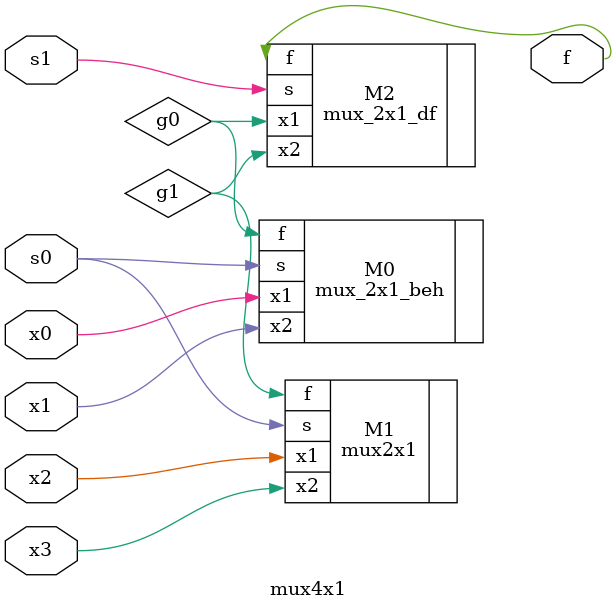
<source format=v>
`timescale 1ns / 1ps


module mux4x1(input x0,x1,x2,x3,
input s0,s1,
output f
    );
    
    wire g0, g1;
    
    //mux2x1 M0 (x0, x1, s0, g0); 
    //unnamed port connection - bad if input order or number changes
    
    
    mux_2x1_beh M0(
    .x1(x0),
    .x2(x1),
    .s(s0),
    .f(g0)
    );
    
    mux2x1 M1 ( //named port conntection - good because specificity. Structual representation: gate-level modeling
    .x1(x2),
    .s(s0),
    .x2(x3),
    .f(g1)
    );
    
    
    mux_2x1_df M2 (
    .x1(g0),
    .s(s1),
    .x2(g1),
    .f(f)
    );
    
endmodule

</source>
